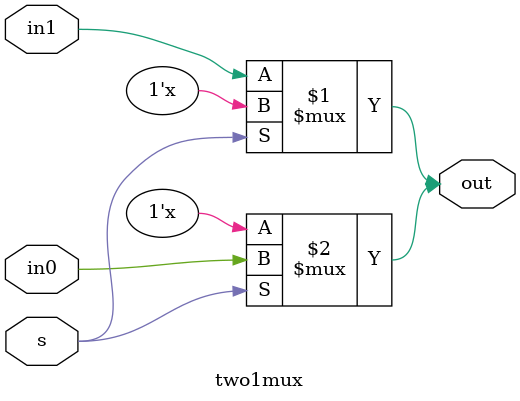
<source format=v>
module two1mux(input in0,in1,s,output out);

    bufif0 #(1:2:3,3:4:5,5:6:7) b1(out,in1,s);
    bufif1 #(1:2:3,3:4:5,5:6:7) b2(out,in0,s);

endmodule
</source>
